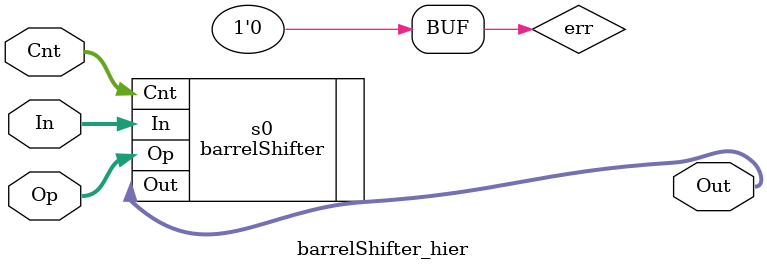
<source format=v>

/*
    CS/ECE 552 Spring '19
    Homework #4, Problem 1
    
    The wrapper module around the barrel shifter to combine it with the clock and 
    reset.
 */
module barrelShifter_hier(In, Cnt, Op, Out);

   // declare constant for size of inputs, outputs (N) and # bits to shift (C)
   parameter N = 16;
   parameter C = 4;
   parameter O = 2;

   input [N-1:0]  In;
   input [C-1:0]  Cnt;
   input [O-1:0]  Op;
   output [N-1:0] Out;

   wire clk;
   wire rst;
   wire err;

   assign err = 1'b0;
 
   clkrst c0(
             // Outputs
             .clk                       (clk),
             .rst                       (rst),
             // Inputs
             .err                       (err)
            );

   barrelShifter s0(
                    // Outputs
                    .Out                      (Out),
                    // Inputs
                    .In                       (In),
                    .Cnt                      (Cnt),
                    .Op                       (Op)
                    );
   
endmodule // shifter_hier

</source>
